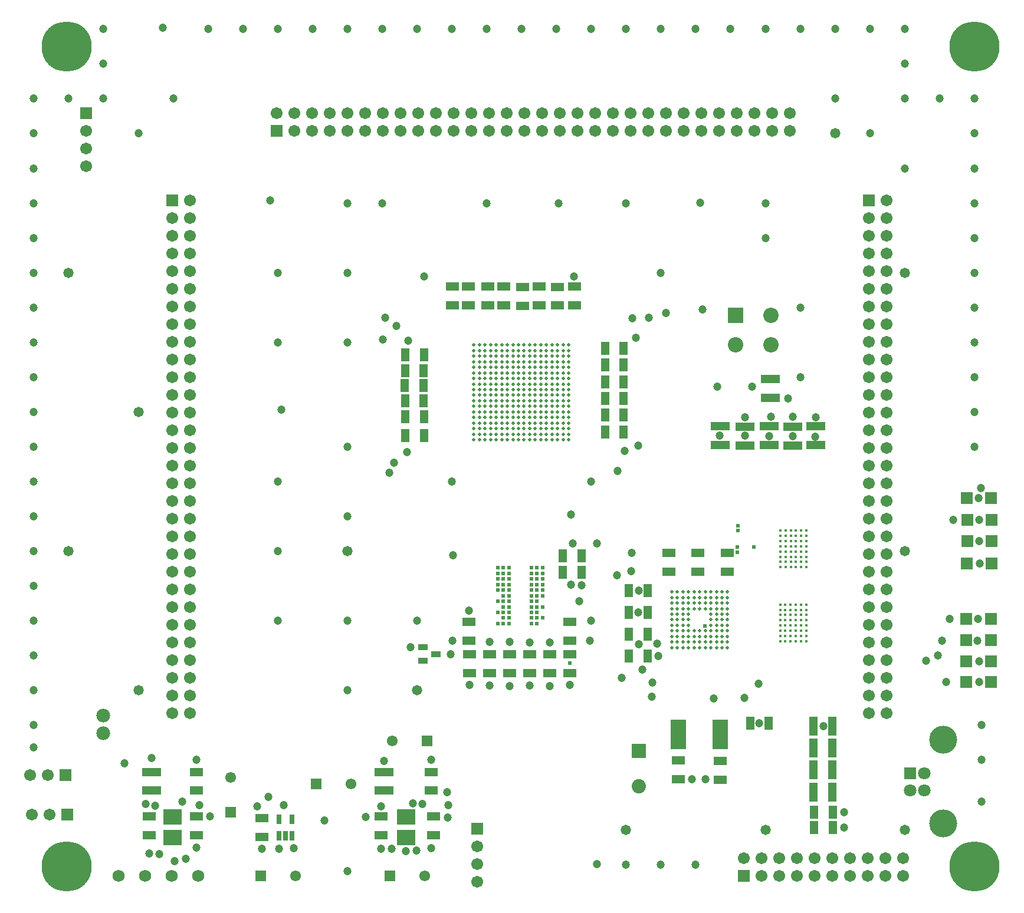
<source format=gts>
%FSLAX44Y44*%
%MOMM*%
G71*
G01*
G75*
G04 Layer_Color=8388736*
%ADD10R,2.0000X4.0000*%
%ADD11R,0.4500X2.0000*%
%ADD12R,1.1000X1.7000*%
%ADD13C,0.4000*%
%ADD14R,1.7000X1.1000*%
%ADD15R,2.6000X1.1000*%
%ADD16R,1.5000X1.5000*%
%ADD17C,0.3600*%
%ADD18C,0.3000*%
%ADD19R,1.1000X2.6000*%
%ADD20R,0.6000X1.1500*%
%ADD21R,1.1500X0.7500*%
%ADD22R,2.0000X2.0000*%
%ADD23C,2.0000*%
%ADD24C,0.2540*%
%ADD25C,0.3048*%
%ADD26C,0.1000*%
%ADD27C,1.0000*%
%ADD28C,0.4000*%
%ADD29C,2.0000*%
%ADD30C,0.5080*%
%ADD31C,0.2000*%
%ADD32C,0.5000*%
%ADD33C,1.5240*%
%ADD34C,1.5000*%
%ADD35R,1.5000X1.5000*%
%ADD36C,3.8000*%
%ADD37C,1.6000*%
%ADD38R,1.6000X1.6000*%
%ADD39R,1.8500X1.8500*%
%ADD40C,1.8500*%
%ADD41R,1.3500X1.3500*%
%ADD42C,1.3500*%
%ADD43R,1.3500X1.3500*%
%ADD44C,1.7780*%
%ADD45C,1.0000*%
%ADD46C,1.2700*%
%ADD47C,7.0000*%
%ADD48C,1.0160*%
%ADD49C,1.1620*%
%ADD50C,1.3000*%
%ADD51C,2.7000*%
%ADD52C,1.3200*%
%ADD53C,1.2000*%
%ADD54C,1.6700*%
%ADD55C,0.9000*%
%ADD56C,0.6500*%
%ADD57C,5.4000*%
%ADD58C,0.3000*%
%ADD59C,0.0025*%
G04:AMPARAMS|DCode=60|XSize=1.7mm|YSize=1.1mm|CornerRadius=0mm|HoleSize=0mm|Usage=FLASHONLY|Rotation=225.000|XOffset=0mm|YOffset=0mm|HoleType=Round|Shape=Rectangle|*
%AMROTATEDRECTD60*
4,1,4,0.2121,0.9900,0.9900,0.2121,-0.2121,-0.9900,-0.9900,-0.2121,0.2121,0.9900,0.0*
%
%ADD60ROTATEDRECTD60*%

%ADD61C,3.0000*%
%ADD62C,0.2500*%
%ADD63C,0.1270*%
%ADD64C,0.1524*%
%ADD65C,0.2032*%
%ADD66R,2.2032X4.2032*%
%ADD67R,0.6532X2.2032*%
%ADD68R,1.3032X1.9032*%
%ADD69C,0.6032*%
%ADD70R,1.9032X1.3032*%
%ADD71R,2.8032X1.3032*%
%ADD72R,1.7032X1.7032*%
%ADD73C,0.4800*%
%ADD74C,0.5032*%
%ADD75R,1.3032X2.8032*%
%ADD76R,0.8032X1.3532*%
%ADD77R,1.3532X0.9532*%
%ADD78R,2.2032X2.2032*%
%ADD79C,2.2032*%
%ADD80C,0.4200*%
%ADD81C,1.7272*%
%ADD82C,1.7032*%
%ADD83R,1.7032X1.7032*%
%ADD84C,4.0032*%
%ADD85C,1.8032*%
%ADD86R,1.8032X1.8032*%
%ADD87R,2.0532X2.0532*%
%ADD88C,2.0532*%
%ADD89R,1.5532X1.5532*%
%ADD90C,1.5532*%
%ADD91R,1.5532X1.5532*%
%ADD92C,1.9812*%
%ADD93C,1.2032*%
%ADD94C,1.4732*%
%ADD95C,7.2032*%
D66*
X1535500Y336750D02*
D03*
X1475500D02*
D03*
D67*
X1074500Y188500D02*
D03*
X1081000D02*
D03*
X1087500D02*
D03*
X1094000D02*
D03*
X1074500Y218000D02*
D03*
X1081000D02*
D03*
X1087500D02*
D03*
X1094000D02*
D03*
X758500D02*
D03*
X752000D02*
D03*
X745500D02*
D03*
X739000D02*
D03*
X758500Y188500D02*
D03*
X752000D02*
D03*
X745500D02*
D03*
X739000D02*
D03*
D68*
X1082750Y859500D02*
D03*
X1109750D02*
D03*
X1083000Y793250D02*
D03*
X1110000D02*
D03*
X1082000Y838250D02*
D03*
X1109000D02*
D03*
X1404250Y449250D02*
D03*
X1431250D02*
D03*
X1404250Y480750D02*
D03*
X1431250D02*
D03*
X1404250Y543750D02*
D03*
X1431250D02*
D03*
X1404250Y512250D02*
D03*
X1431250D02*
D03*
X1605000Y353250D02*
D03*
X1578000D02*
D03*
X1669750Y225250D02*
D03*
X1696750D02*
D03*
Y202750D02*
D03*
X1669750D02*
D03*
X1110000Y766250D02*
D03*
X1083000D02*
D03*
X1109750Y816250D02*
D03*
X1082750D02*
D03*
X1110000Y882250D02*
D03*
X1083000D02*
D03*
X1336000Y570000D02*
D03*
X1309000D02*
D03*
X1336250Y593500D02*
D03*
X1309250D02*
D03*
X1369750Y771506D02*
D03*
X1396750D02*
D03*
Y795505D02*
D03*
X1369750D02*
D03*
X1396750Y819503D02*
D03*
X1369750D02*
D03*
Y843502D02*
D03*
X1396750D02*
D03*
Y867501D02*
D03*
X1369750D02*
D03*
Y891500D02*
D03*
X1396750D02*
D03*
D69*
X1272000Y496000D02*
D03*
X1264000D02*
D03*
X1232000D02*
D03*
X1224000D02*
D03*
X1216000D02*
D03*
X1280000Y504000D02*
D03*
X1272000D02*
D03*
X1264000D02*
D03*
X1232000D02*
D03*
X1224000D02*
D03*
X1272000Y512000D02*
D03*
X1264000D02*
D03*
X1232000D02*
D03*
X1224000D02*
D03*
X1216000D02*
D03*
X1280000Y520000D02*
D03*
X1272000D02*
D03*
X1264000D02*
D03*
X1232000D02*
D03*
X1224000D02*
D03*
X1272000Y528000D02*
D03*
X1264000D02*
D03*
X1232000D02*
D03*
X1224000D02*
D03*
X1216000D02*
D03*
X1280000Y536000D02*
D03*
X1272000D02*
D03*
X1264000D02*
D03*
X1232000D02*
D03*
X1224000D02*
D03*
X1280000Y544000D02*
D03*
X1272000D02*
D03*
X1264000D02*
D03*
X1232000D02*
D03*
X1224000D02*
D03*
X1216000D02*
D03*
X1280000Y552000D02*
D03*
X1272000D02*
D03*
X1264000D02*
D03*
X1232000D02*
D03*
X1224000D02*
D03*
X1216000D02*
D03*
X1280000Y560000D02*
D03*
X1272000D02*
D03*
X1264000D02*
D03*
X1232000D02*
D03*
X1224000D02*
D03*
X1216000D02*
D03*
X1280000Y568000D02*
D03*
X1272000D02*
D03*
X1264000D02*
D03*
X1232000D02*
D03*
X1224000D02*
D03*
X1216000D02*
D03*
X1280000Y576000D02*
D03*
X1272000D02*
D03*
X1264000D02*
D03*
X1232000D02*
D03*
X1224000D02*
D03*
X1216000D02*
D03*
X1560250Y630000D02*
D03*
Y636500D02*
D03*
X1560000Y606000D02*
D03*
Y598500D02*
D03*
X1583250Y606000D02*
D03*
X1513500Y492750D02*
D03*
X1319000Y439250D02*
D03*
D70*
X1545500Y597750D02*
D03*
Y570750D02*
D03*
X1503375Y597750D02*
D03*
Y570750D02*
D03*
X1461250Y597750D02*
D03*
Y570750D02*
D03*
X1048000Y191750D02*
D03*
Y218750D02*
D03*
X1123500D02*
D03*
Y191750D02*
D03*
X1120500Y256000D02*
D03*
Y283000D02*
D03*
X877250Y216500D02*
D03*
Y189500D02*
D03*
X1474750Y272250D02*
D03*
Y299250D02*
D03*
X1535000Y272000D02*
D03*
Y299000D02*
D03*
X783000Y256000D02*
D03*
Y283000D02*
D03*
X715250Y191750D02*
D03*
Y218750D02*
D03*
X783000D02*
D03*
Y191750D02*
D03*
X1175000Y425250D02*
D03*
Y452250D02*
D03*
X1203800D02*
D03*
Y425250D02*
D03*
X1232600Y452250D02*
D03*
Y425250D02*
D03*
X1261400Y452250D02*
D03*
Y425250D02*
D03*
X1290200Y452250D02*
D03*
Y425250D02*
D03*
X1319000Y452250D02*
D03*
Y425250D02*
D03*
X1319500Y498750D02*
D03*
Y471750D02*
D03*
X1174500Y498750D02*
D03*
Y471750D02*
D03*
X1174000Y953000D02*
D03*
Y980000D02*
D03*
X1224834Y953000D02*
D03*
Y980000D02*
D03*
X1275669Y953000D02*
D03*
Y980000D02*
D03*
X1326503Y953000D02*
D03*
Y980000D02*
D03*
X1151250D02*
D03*
Y953000D02*
D03*
X1202000Y953250D02*
D03*
Y980250D02*
D03*
X1251500Y979500D02*
D03*
Y952500D02*
D03*
X1301750Y979750D02*
D03*
Y952750D02*
D03*
D71*
X1672000Y779500D02*
D03*
Y752500D02*
D03*
X719266Y256000D02*
D03*
Y283000D02*
D03*
X1052500Y256000D02*
D03*
Y283000D02*
D03*
X1605750Y779250D02*
D03*
Y752250D02*
D03*
X1571000Y778750D02*
D03*
Y751750D02*
D03*
X1535000Y779250D02*
D03*
Y752250D02*
D03*
X1639250Y779000D02*
D03*
Y752000D02*
D03*
X1607500Y847000D02*
D03*
Y820000D02*
D03*
D72*
X1888670Y412470D02*
D03*
X1923670D02*
D03*
X1888500Y472250D02*
D03*
X1923500D02*
D03*
X1888670Y502500D02*
D03*
X1923670D02*
D03*
X1888670Y441710D02*
D03*
X1923670D02*
D03*
X1890000Y645250D02*
D03*
X1925000D02*
D03*
X1889250Y676250D02*
D03*
X1924250D02*
D03*
X1890000Y614750D02*
D03*
X1925000D02*
D03*
X1889500Y582000D02*
D03*
X1924500D02*
D03*
X1569000Y134000D02*
D03*
X898760Y1203960D02*
D03*
X595750Y278000D02*
D03*
X598000Y221500D02*
D03*
D73*
X1317680Y896040D02*
D03*
Y888040D02*
D03*
Y880040D02*
D03*
Y872040D02*
D03*
Y864040D02*
D03*
Y856040D02*
D03*
Y848040D02*
D03*
Y840040D02*
D03*
Y832040D02*
D03*
Y824040D02*
D03*
Y816040D02*
D03*
Y808040D02*
D03*
Y800040D02*
D03*
Y792040D02*
D03*
Y784040D02*
D03*
Y776040D02*
D03*
Y768040D02*
D03*
Y760040D02*
D03*
X1309680Y896040D02*
D03*
Y888040D02*
D03*
Y880040D02*
D03*
Y872040D02*
D03*
Y864040D02*
D03*
Y856040D02*
D03*
Y848040D02*
D03*
Y840040D02*
D03*
Y832040D02*
D03*
Y824040D02*
D03*
Y816040D02*
D03*
Y808040D02*
D03*
Y800040D02*
D03*
Y792040D02*
D03*
Y784040D02*
D03*
Y776040D02*
D03*
Y768040D02*
D03*
Y760040D02*
D03*
X1301680Y896040D02*
D03*
Y888040D02*
D03*
Y880040D02*
D03*
Y872040D02*
D03*
Y864040D02*
D03*
Y856040D02*
D03*
Y848040D02*
D03*
Y840040D02*
D03*
Y832040D02*
D03*
Y824040D02*
D03*
Y816040D02*
D03*
Y808040D02*
D03*
Y800040D02*
D03*
Y792040D02*
D03*
Y784040D02*
D03*
Y776040D02*
D03*
Y768040D02*
D03*
Y760040D02*
D03*
X1293680Y896040D02*
D03*
Y888040D02*
D03*
Y880040D02*
D03*
Y872040D02*
D03*
Y864040D02*
D03*
Y856040D02*
D03*
Y848040D02*
D03*
Y840040D02*
D03*
Y832040D02*
D03*
Y824040D02*
D03*
Y816040D02*
D03*
Y808040D02*
D03*
Y800040D02*
D03*
Y792040D02*
D03*
Y784040D02*
D03*
Y776040D02*
D03*
Y768040D02*
D03*
Y760040D02*
D03*
X1285680Y896040D02*
D03*
Y888040D02*
D03*
Y880040D02*
D03*
Y872040D02*
D03*
Y864040D02*
D03*
Y856040D02*
D03*
Y848040D02*
D03*
Y840040D02*
D03*
Y832040D02*
D03*
Y824040D02*
D03*
Y816040D02*
D03*
Y808040D02*
D03*
Y800040D02*
D03*
Y792040D02*
D03*
Y784040D02*
D03*
Y776040D02*
D03*
Y768040D02*
D03*
Y760040D02*
D03*
X1277680Y896040D02*
D03*
Y888040D02*
D03*
Y880040D02*
D03*
Y872040D02*
D03*
Y864040D02*
D03*
Y856040D02*
D03*
Y848040D02*
D03*
Y840040D02*
D03*
Y832040D02*
D03*
Y824040D02*
D03*
Y816040D02*
D03*
Y808040D02*
D03*
Y800040D02*
D03*
Y792040D02*
D03*
Y784040D02*
D03*
Y776040D02*
D03*
Y768040D02*
D03*
Y760040D02*
D03*
X1269680Y896040D02*
D03*
Y888040D02*
D03*
Y880040D02*
D03*
Y872040D02*
D03*
Y864040D02*
D03*
Y856040D02*
D03*
Y848040D02*
D03*
Y840040D02*
D03*
Y832040D02*
D03*
Y824040D02*
D03*
Y816040D02*
D03*
Y808040D02*
D03*
Y800040D02*
D03*
Y792040D02*
D03*
Y784040D02*
D03*
Y776040D02*
D03*
Y768040D02*
D03*
Y760040D02*
D03*
X1261680Y896040D02*
D03*
Y888040D02*
D03*
Y880040D02*
D03*
Y872040D02*
D03*
Y864040D02*
D03*
Y856040D02*
D03*
Y848040D02*
D03*
Y840040D02*
D03*
Y832040D02*
D03*
Y824040D02*
D03*
Y816040D02*
D03*
Y808040D02*
D03*
Y800040D02*
D03*
Y792040D02*
D03*
Y784040D02*
D03*
Y776040D02*
D03*
Y768040D02*
D03*
Y760040D02*
D03*
X1253680Y896040D02*
D03*
Y888040D02*
D03*
Y880040D02*
D03*
Y872040D02*
D03*
Y864040D02*
D03*
Y856040D02*
D03*
Y848040D02*
D03*
Y840040D02*
D03*
Y832040D02*
D03*
Y824040D02*
D03*
Y816040D02*
D03*
Y808040D02*
D03*
Y800040D02*
D03*
Y792040D02*
D03*
Y784040D02*
D03*
Y776040D02*
D03*
Y768040D02*
D03*
Y760040D02*
D03*
X1245680Y896040D02*
D03*
Y888040D02*
D03*
Y880040D02*
D03*
Y872040D02*
D03*
Y864040D02*
D03*
Y856040D02*
D03*
Y848040D02*
D03*
Y840040D02*
D03*
Y832040D02*
D03*
Y824040D02*
D03*
Y816040D02*
D03*
Y808040D02*
D03*
Y800040D02*
D03*
Y792040D02*
D03*
Y784040D02*
D03*
Y776040D02*
D03*
Y768040D02*
D03*
Y760040D02*
D03*
X1237680Y896040D02*
D03*
Y888040D02*
D03*
Y880040D02*
D03*
Y872040D02*
D03*
Y864040D02*
D03*
Y856040D02*
D03*
Y848040D02*
D03*
Y840040D02*
D03*
Y832040D02*
D03*
Y824040D02*
D03*
Y816040D02*
D03*
Y808040D02*
D03*
Y800040D02*
D03*
Y792040D02*
D03*
Y784040D02*
D03*
Y776040D02*
D03*
Y768040D02*
D03*
Y760040D02*
D03*
X1229680Y896040D02*
D03*
Y888040D02*
D03*
Y880040D02*
D03*
Y872040D02*
D03*
Y864040D02*
D03*
Y856040D02*
D03*
Y848040D02*
D03*
Y840040D02*
D03*
Y832040D02*
D03*
Y824040D02*
D03*
Y816040D02*
D03*
Y808040D02*
D03*
Y800040D02*
D03*
Y792040D02*
D03*
Y784040D02*
D03*
Y776040D02*
D03*
Y768040D02*
D03*
Y760040D02*
D03*
X1221680Y896040D02*
D03*
Y888040D02*
D03*
Y880040D02*
D03*
Y872040D02*
D03*
Y864040D02*
D03*
Y856040D02*
D03*
Y848040D02*
D03*
Y840040D02*
D03*
Y832040D02*
D03*
Y824040D02*
D03*
Y816040D02*
D03*
Y808040D02*
D03*
Y800040D02*
D03*
Y792040D02*
D03*
Y784040D02*
D03*
Y776040D02*
D03*
Y768040D02*
D03*
Y760040D02*
D03*
X1213680Y896040D02*
D03*
Y888040D02*
D03*
Y880040D02*
D03*
Y872040D02*
D03*
Y864040D02*
D03*
Y856040D02*
D03*
Y848040D02*
D03*
Y840040D02*
D03*
Y832040D02*
D03*
Y824040D02*
D03*
Y816040D02*
D03*
Y808040D02*
D03*
Y800040D02*
D03*
Y792040D02*
D03*
Y784040D02*
D03*
Y776040D02*
D03*
Y768040D02*
D03*
Y760040D02*
D03*
X1205680Y896040D02*
D03*
Y888040D02*
D03*
Y880040D02*
D03*
Y872040D02*
D03*
Y864040D02*
D03*
Y856040D02*
D03*
Y848040D02*
D03*
Y840040D02*
D03*
Y832040D02*
D03*
Y824040D02*
D03*
Y816040D02*
D03*
Y808040D02*
D03*
Y800040D02*
D03*
Y792040D02*
D03*
Y784040D02*
D03*
Y776040D02*
D03*
Y768040D02*
D03*
Y760040D02*
D03*
X1197680Y896040D02*
D03*
Y888040D02*
D03*
Y880040D02*
D03*
Y872040D02*
D03*
Y864040D02*
D03*
Y856040D02*
D03*
Y848040D02*
D03*
Y840040D02*
D03*
Y832040D02*
D03*
Y824040D02*
D03*
Y816040D02*
D03*
Y808040D02*
D03*
Y800040D02*
D03*
Y792040D02*
D03*
Y784040D02*
D03*
Y776040D02*
D03*
Y768040D02*
D03*
Y760040D02*
D03*
X1189680Y896040D02*
D03*
Y888040D02*
D03*
Y880040D02*
D03*
Y872040D02*
D03*
Y864040D02*
D03*
Y856040D02*
D03*
Y848040D02*
D03*
Y840040D02*
D03*
Y832040D02*
D03*
Y824040D02*
D03*
Y816040D02*
D03*
Y808040D02*
D03*
Y800040D02*
D03*
Y792040D02*
D03*
Y784040D02*
D03*
Y776040D02*
D03*
Y768040D02*
D03*
Y760040D02*
D03*
X1181680Y896040D02*
D03*
Y888040D02*
D03*
Y880040D02*
D03*
Y872040D02*
D03*
Y864040D02*
D03*
Y856040D02*
D03*
Y848040D02*
D03*
Y840040D02*
D03*
Y832040D02*
D03*
Y824040D02*
D03*
Y816040D02*
D03*
Y808040D02*
D03*
Y800040D02*
D03*
Y792040D02*
D03*
Y784040D02*
D03*
Y776040D02*
D03*
Y768040D02*
D03*
Y760040D02*
D03*
D74*
X1545750Y461500D02*
D03*
X1537750D02*
D03*
X1529750D02*
D03*
X1521750D02*
D03*
X1513750D02*
D03*
X1505750D02*
D03*
X1497750D02*
D03*
X1489750D02*
D03*
X1481750D02*
D03*
X1473750D02*
D03*
X1465750D02*
D03*
X1545750Y469500D02*
D03*
X1537750D02*
D03*
X1529750D02*
D03*
X1521750D02*
D03*
X1513750D02*
D03*
X1505750D02*
D03*
X1497750D02*
D03*
X1489750D02*
D03*
X1481750D02*
D03*
X1473750D02*
D03*
X1465750D02*
D03*
X1545750Y477500D02*
D03*
X1537750D02*
D03*
X1529750D02*
D03*
X1521750D02*
D03*
X1513750D02*
D03*
X1505750D02*
D03*
X1497750D02*
D03*
X1489750D02*
D03*
X1481750D02*
D03*
X1473750D02*
D03*
X1465750D02*
D03*
X1545750Y485500D02*
D03*
X1537750D02*
D03*
X1529750D02*
D03*
X1521750D02*
D03*
X1513750D02*
D03*
X1505750D02*
D03*
X1497750D02*
D03*
X1489750D02*
D03*
X1481750D02*
D03*
X1473750D02*
D03*
X1465750D02*
D03*
X1545750Y493500D02*
D03*
X1537750D02*
D03*
X1529750D02*
D03*
X1521750D02*
D03*
X1489750D02*
D03*
X1481750D02*
D03*
X1473750D02*
D03*
X1465750D02*
D03*
X1545750Y501500D02*
D03*
X1537750D02*
D03*
X1529750D02*
D03*
X1521750D02*
D03*
X1489750D02*
D03*
X1481750D02*
D03*
X1473750D02*
D03*
X1465750D02*
D03*
X1545750Y509500D02*
D03*
X1537750D02*
D03*
X1529750D02*
D03*
X1521750D02*
D03*
X1489750D02*
D03*
X1481750D02*
D03*
X1473750D02*
D03*
X1465750D02*
D03*
X1545750Y517500D02*
D03*
X1537750D02*
D03*
X1529750D02*
D03*
X1521750D02*
D03*
X1513750D02*
D03*
X1505750D02*
D03*
X1497750D02*
D03*
X1489750D02*
D03*
X1481750D02*
D03*
X1473750D02*
D03*
X1465750D02*
D03*
X1545750Y525500D02*
D03*
X1537750D02*
D03*
X1529750D02*
D03*
X1521750D02*
D03*
X1513750D02*
D03*
X1505750D02*
D03*
X1497750D02*
D03*
X1489750D02*
D03*
X1481750D02*
D03*
X1473750D02*
D03*
X1465750D02*
D03*
X1545750Y533500D02*
D03*
X1537750D02*
D03*
X1529750D02*
D03*
X1521750D02*
D03*
X1513750D02*
D03*
X1505750D02*
D03*
X1497750D02*
D03*
X1489750D02*
D03*
X1481750D02*
D03*
X1473750D02*
D03*
X1465750D02*
D03*
X1545750Y541500D02*
D03*
X1537750D02*
D03*
X1529750D02*
D03*
X1521750D02*
D03*
X1513750D02*
D03*
X1505750D02*
D03*
X1497750D02*
D03*
X1489750D02*
D03*
X1481750D02*
D03*
X1473750D02*
D03*
X1465750D02*
D03*
D75*
X1669250Y348750D02*
D03*
X1696250D02*
D03*
Y317500D02*
D03*
X1669250D02*
D03*
X1696250Y253500D02*
D03*
X1669250D02*
D03*
X1696250Y285700D02*
D03*
X1669250D02*
D03*
D76*
X901500Y191500D02*
D03*
X911000D02*
D03*
X920500D02*
D03*
Y215000D02*
D03*
X901500D02*
D03*
D77*
X1127250Y452250D02*
D03*
X1108750Y442750D02*
D03*
Y461750D02*
D03*
D78*
X1557250Y938500D02*
D03*
D79*
Y896500D02*
D03*
X1608050Y938500D02*
D03*
Y896500D02*
D03*
D80*
X1621250Y523250D02*
D03*
X1628750D02*
D03*
X1636250D02*
D03*
X1643750D02*
D03*
X1651250D02*
D03*
X1658750D02*
D03*
X1621250Y515750D02*
D03*
X1628750D02*
D03*
X1636250D02*
D03*
X1643750D02*
D03*
X1651250D02*
D03*
X1658750D02*
D03*
X1621250Y508250D02*
D03*
X1628750D02*
D03*
X1636250D02*
D03*
X1643750D02*
D03*
X1651250D02*
D03*
X1658750D02*
D03*
X1621250Y500750D02*
D03*
X1628750D02*
D03*
X1636250D02*
D03*
X1643750D02*
D03*
X1651250D02*
D03*
X1658750D02*
D03*
X1621250Y493250D02*
D03*
X1628750D02*
D03*
X1636250D02*
D03*
X1643750D02*
D03*
X1651250D02*
D03*
X1658750D02*
D03*
X1621250Y485750D02*
D03*
X1628750D02*
D03*
X1636250D02*
D03*
X1643750D02*
D03*
X1651250D02*
D03*
X1658750D02*
D03*
X1621250Y478250D02*
D03*
X1628750D02*
D03*
X1636250D02*
D03*
X1643750D02*
D03*
X1651250D02*
D03*
X1658750D02*
D03*
X1621250Y470750D02*
D03*
X1628750D02*
D03*
X1636250D02*
D03*
X1643750D02*
D03*
X1651250D02*
D03*
X1658750D02*
D03*
X1659000Y577000D02*
D03*
X1651500D02*
D03*
X1644000D02*
D03*
X1636500D02*
D03*
X1629000D02*
D03*
X1621500D02*
D03*
X1659000Y584500D02*
D03*
X1651500D02*
D03*
X1644000D02*
D03*
X1636500D02*
D03*
X1629000D02*
D03*
X1621500D02*
D03*
X1659000Y592000D02*
D03*
X1651500D02*
D03*
X1644000D02*
D03*
X1636500D02*
D03*
X1629000D02*
D03*
X1621500D02*
D03*
X1659000Y599500D02*
D03*
X1651500D02*
D03*
X1644000D02*
D03*
X1636500D02*
D03*
X1629000D02*
D03*
X1621500D02*
D03*
X1659000Y607000D02*
D03*
X1651500D02*
D03*
X1644000D02*
D03*
X1636500D02*
D03*
X1629000D02*
D03*
X1621500D02*
D03*
X1659000Y614500D02*
D03*
X1651500D02*
D03*
X1644000D02*
D03*
X1636500D02*
D03*
X1629000D02*
D03*
X1621500D02*
D03*
X1659000Y622000D02*
D03*
X1651500D02*
D03*
X1644000D02*
D03*
X1636500D02*
D03*
X1629000D02*
D03*
X1621500D02*
D03*
X1659000Y629500D02*
D03*
X1651500D02*
D03*
X1644000D02*
D03*
X1636500D02*
D03*
X1629000D02*
D03*
X1621500D02*
D03*
D81*
X671750Y133500D02*
D03*
X709750D02*
D03*
X747750D02*
D03*
X785750D02*
D03*
D82*
X1569000Y159400D02*
D03*
X1594400Y134000D02*
D03*
Y159400D02*
D03*
X1619800Y134000D02*
D03*
Y159400D02*
D03*
X1645200Y134000D02*
D03*
Y159400D02*
D03*
X1670600Y134000D02*
D03*
Y159400D02*
D03*
X1696000Y134000D02*
D03*
Y159400D02*
D03*
X1721400Y134000D02*
D03*
Y159400D02*
D03*
X1746800Y134000D02*
D03*
Y159400D02*
D03*
X1772200Y134000D02*
D03*
Y159400D02*
D03*
X1797600Y134000D02*
D03*
Y159400D02*
D03*
X1533760Y1203960D02*
D03*
Y1229360D02*
D03*
X1559160Y1203960D02*
D03*
Y1229360D02*
D03*
X1584560Y1203960D02*
D03*
Y1229360D02*
D03*
X1609960Y1203960D02*
D03*
Y1229360D02*
D03*
X1635360Y1203960D02*
D03*
Y1229360D02*
D03*
X898760D02*
D03*
X924160Y1203960D02*
D03*
Y1229360D02*
D03*
X949560Y1203960D02*
D03*
Y1229360D02*
D03*
X974960Y1203960D02*
D03*
Y1229360D02*
D03*
X1000360Y1203960D02*
D03*
Y1229360D02*
D03*
X1025760Y1203960D02*
D03*
Y1229360D02*
D03*
X1051160Y1203960D02*
D03*
Y1229360D02*
D03*
X1076560Y1203960D02*
D03*
Y1229360D02*
D03*
X1101960Y1203960D02*
D03*
Y1229360D02*
D03*
X1127360Y1203960D02*
D03*
Y1229360D02*
D03*
X1152760Y1203960D02*
D03*
Y1229360D02*
D03*
X1178160Y1203960D02*
D03*
Y1229360D02*
D03*
X1203560Y1203960D02*
D03*
Y1229360D02*
D03*
X1228960Y1203960D02*
D03*
Y1229360D02*
D03*
X1254360Y1203960D02*
D03*
Y1229360D02*
D03*
X1279760Y1203960D02*
D03*
Y1229360D02*
D03*
X1305160Y1203960D02*
D03*
Y1229360D02*
D03*
X1330560Y1203960D02*
D03*
Y1229360D02*
D03*
X1355960Y1203960D02*
D03*
Y1229360D02*
D03*
X1381360Y1203960D02*
D03*
Y1229360D02*
D03*
X1406760Y1203960D02*
D03*
Y1229360D02*
D03*
X1432160Y1203960D02*
D03*
Y1229360D02*
D03*
X1457560Y1203960D02*
D03*
Y1229360D02*
D03*
X1482960Y1203960D02*
D03*
Y1229360D02*
D03*
X1508360Y1203960D02*
D03*
Y1229360D02*
D03*
X1774160Y494360D02*
D03*
X1748760D02*
D03*
X1774160Y519760D02*
D03*
X1748760D02*
D03*
X1774160Y545160D02*
D03*
X1748760D02*
D03*
X1774160Y570560D02*
D03*
X1748760D02*
D03*
X1774160Y595960D02*
D03*
X1748760D02*
D03*
X1774160Y621360D02*
D03*
X1748760D02*
D03*
X1774160Y646760D02*
D03*
X1748760D02*
D03*
X1774160Y672160D02*
D03*
X1748760D02*
D03*
X1774160Y697560D02*
D03*
X1748760D02*
D03*
X1774160Y722960D02*
D03*
X1748760D02*
D03*
X1774160Y748360D02*
D03*
X1748760D02*
D03*
X1774160Y773760D02*
D03*
X1748760D02*
D03*
X1774160Y799160D02*
D03*
X1748760D02*
D03*
X1774160Y824560D02*
D03*
X1748760D02*
D03*
X1774160Y849960D02*
D03*
X1748760D02*
D03*
X1774160Y875360D02*
D03*
X1748760D02*
D03*
X1774160Y900760D02*
D03*
X1748760D02*
D03*
X1774160Y926160D02*
D03*
X1748760D02*
D03*
X1774160Y951560D02*
D03*
X1748760D02*
D03*
X1774160Y976960D02*
D03*
X1748760D02*
D03*
X1774160Y1002360D02*
D03*
X1748760D02*
D03*
X1774160Y1027760D02*
D03*
X1748760D02*
D03*
X1774160Y1053160D02*
D03*
X1748760D02*
D03*
X1774160Y1078560D02*
D03*
X1748760D02*
D03*
X1774160Y1103960D02*
D03*
Y367360D02*
D03*
X1748760D02*
D03*
X1774160Y392760D02*
D03*
X1748760D02*
D03*
X1774160Y418160D02*
D03*
X1748760D02*
D03*
X1774160Y443560D02*
D03*
X1748760D02*
D03*
X1774160Y468960D02*
D03*
X1748760D02*
D03*
X774160Y494360D02*
D03*
X748760D02*
D03*
X774160Y519760D02*
D03*
X748760D02*
D03*
X774160Y545160D02*
D03*
X748760D02*
D03*
X774160Y570560D02*
D03*
X748760D02*
D03*
X774160Y595960D02*
D03*
X748760D02*
D03*
X774160Y621360D02*
D03*
X748760D02*
D03*
X774160Y646760D02*
D03*
X748760D02*
D03*
X774160Y672160D02*
D03*
X748760D02*
D03*
X774160Y697560D02*
D03*
X748760D02*
D03*
X774160Y722960D02*
D03*
X748760D02*
D03*
X774160Y748360D02*
D03*
X748760D02*
D03*
X774160Y773760D02*
D03*
X748760D02*
D03*
X774160Y799160D02*
D03*
X748760D02*
D03*
X774160Y824560D02*
D03*
X748760D02*
D03*
X774160Y849960D02*
D03*
X748760D02*
D03*
X774160Y875360D02*
D03*
X748760D02*
D03*
X774160Y900760D02*
D03*
X748760D02*
D03*
X774160Y926160D02*
D03*
X748760D02*
D03*
X774160Y951560D02*
D03*
X748760D02*
D03*
X774160Y976960D02*
D03*
X748760D02*
D03*
X774160Y1002360D02*
D03*
X748760D02*
D03*
X774160Y1027760D02*
D03*
X748760D02*
D03*
X774160Y1053160D02*
D03*
X748760D02*
D03*
X774160Y1078560D02*
D03*
X748760D02*
D03*
X774160Y1103960D02*
D03*
Y367360D02*
D03*
X748760D02*
D03*
X774160Y392760D02*
D03*
X748760D02*
D03*
X774160Y418160D02*
D03*
X748760D02*
D03*
X774160Y443560D02*
D03*
X748760D02*
D03*
X774160Y468960D02*
D03*
X748760D02*
D03*
X624840Y1203960D02*
D03*
Y1178560D02*
D03*
Y1153160D02*
D03*
X544950Y278000D02*
D03*
X570350D02*
D03*
X547200Y221500D02*
D03*
X572600D02*
D03*
X1186000Y176100D02*
D03*
Y150700D02*
D03*
Y125300D02*
D03*
D83*
X1748760Y1103960D02*
D03*
X748760D02*
D03*
X624840Y1229360D02*
D03*
X1186000Y201500D02*
D03*
D84*
X1855350Y208550D02*
D03*
Y328950D02*
D03*
D85*
X1828250Y256250D02*
D03*
Y281250D02*
D03*
X1808250Y256250D02*
D03*
D86*
Y281250D02*
D03*
D87*
X1418000Y312650D02*
D03*
D88*
Y261850D02*
D03*
D89*
X955000Y265500D02*
D03*
X1114250Y327250D02*
D03*
X875750Y133750D02*
D03*
X1061250D02*
D03*
D90*
X1005000Y265500D02*
D03*
X832500Y275000D02*
D03*
X1064250Y327250D02*
D03*
X925750Y133750D02*
D03*
X1111250D02*
D03*
D91*
X832500Y225000D02*
D03*
D92*
X650000Y364200D02*
D03*
Y338800D02*
D03*
D93*
X1514000Y272250D02*
D03*
X1494750Y272500D02*
D03*
X767750Y158000D02*
D03*
X751750Y155000D02*
D03*
X1099250Y170000D02*
D03*
X1084000Y169500D02*
D03*
X1906500Y441750D02*
D03*
X1904250Y471000D02*
D03*
X1864750Y502750D02*
D03*
X1853500Y471750D02*
D03*
X1830775Y442750D02*
D03*
X1321250Y652500D02*
D03*
X1151750Y594500D02*
D03*
X1438000Y411500D02*
D03*
X1590250Y409500D02*
D03*
X1407750Y571000D02*
D03*
X1418000Y543750D02*
D03*
X1417500Y512250D02*
D03*
X1423750Y429750D02*
D03*
X1418750Y466250D02*
D03*
X1445000Y467000D02*
D03*
X1446000Y449250D02*
D03*
X1393500Y418000D02*
D03*
X1387250Y565250D02*
D03*
X1500000Y150000D02*
D03*
X1000000Y400000D02*
D03*
X700000Y1200000D02*
D03*
X750000Y1250000D02*
D03*
X1700000D02*
D03*
X1800000Y1150000D02*
D03*
X1750000Y1200000D02*
D03*
X1450000Y1000000D02*
D03*
X1150000Y700000D02*
D03*
X1000000Y650000D02*
D03*
Y750000D02*
D03*
Y900000D02*
D03*
Y1000000D02*
D03*
X1650000Y850000D02*
D03*
Y950000D02*
D03*
X1600000Y1050000D02*
D03*
X1350000Y700000D02*
D03*
Y500000D02*
D03*
X1100000D02*
D03*
X1000000D02*
D03*
X900000D02*
D03*
Y600000D02*
D03*
Y700000D02*
D03*
X905250Y803250D02*
D03*
X900000Y900000D02*
D03*
Y1000000D02*
D03*
X1506750Y1100500D02*
D03*
X1600000Y1100000D02*
D03*
X1400000D02*
D03*
X1303500D02*
D03*
X1200000D02*
D03*
X1050000D02*
D03*
X1000000D02*
D03*
X889500Y1104250D02*
D03*
X650000Y1350000D02*
D03*
Y1300000D02*
D03*
Y1250000D02*
D03*
X600000D02*
D03*
X550000D02*
D03*
Y1200000D02*
D03*
Y1150000D02*
D03*
Y1100000D02*
D03*
Y1050000D02*
D03*
Y1000000D02*
D03*
Y950000D02*
D03*
Y900000D02*
D03*
Y850000D02*
D03*
Y800000D02*
D03*
Y750000D02*
D03*
Y700000D02*
D03*
Y650000D02*
D03*
Y600000D02*
D03*
Y550000D02*
D03*
Y500000D02*
D03*
Y450000D02*
D03*
Y400000D02*
D03*
Y350000D02*
D03*
Y318500D02*
D03*
X1000000Y140000D02*
D03*
X1358500Y150500D02*
D03*
X1400000Y150000D02*
D03*
X1450000D02*
D03*
X1910000Y240000D02*
D03*
Y300000D02*
D03*
Y350000D02*
D03*
X1847750Y450500D02*
D03*
X1900000Y750000D02*
D03*
Y800000D02*
D03*
Y850000D02*
D03*
Y900000D02*
D03*
Y950000D02*
D03*
Y1000000D02*
D03*
Y1050000D02*
D03*
Y1100000D02*
D03*
Y1150000D02*
D03*
Y1200000D02*
D03*
Y1250000D02*
D03*
X1850000D02*
D03*
X1800000D02*
D03*
Y1300000D02*
D03*
Y1350000D02*
D03*
X1750000D02*
D03*
X1700000D02*
D03*
X1650000D02*
D03*
X1600000D02*
D03*
X1550000D02*
D03*
X1500000D02*
D03*
X1450000D02*
D03*
X1400000D02*
D03*
X1350000D02*
D03*
X1300000D02*
D03*
X1250000D02*
D03*
X1200000D02*
D03*
X1150000D02*
D03*
X1100000D02*
D03*
X1050000D02*
D03*
X1000000D02*
D03*
X950000D02*
D03*
X900000D02*
D03*
X850000D02*
D03*
X800000D02*
D03*
X735000Y1352000D02*
D03*
X1323750Y611250D02*
D03*
X1321000Y551500D02*
D03*
X1633000Y819750D02*
D03*
X1144250Y217250D02*
D03*
X1144500Y235500D02*
D03*
X1143250Y253750D02*
D03*
X710750Y236750D02*
D03*
X724000Y234250D02*
D03*
X1048000Y233250D02*
D03*
X1026250Y218500D02*
D03*
X1909500Y691000D02*
D03*
X1906500Y645250D02*
D03*
X1907000Y614750D02*
D03*
X1907750Y582000D02*
D03*
X1905000Y502500D02*
D03*
X1906970Y412470D02*
D03*
X1064000Y172500D02*
D03*
X1570750Y792500D02*
D03*
X1148500Y452250D02*
D03*
X1090750Y461750D02*
D03*
X1859250Y411750D02*
D03*
X715250Y166000D02*
D03*
X783000Y174250D02*
D03*
X730250Y165250D02*
D03*
X877250Y172250D02*
D03*
X901500Y172500D02*
D03*
X923500Y173000D02*
D03*
X1048000Y172500D02*
D03*
X1120500Y300250D02*
D03*
X909000Y235500D02*
D03*
X967500Y213000D02*
D03*
X1052500Y299000D02*
D03*
X719266Y302734D02*
D03*
X783000Y300750D02*
D03*
X803250Y219250D02*
D03*
X787250Y235250D02*
D03*
X763250Y240250D02*
D03*
X870750Y233750D02*
D03*
X886500Y246750D02*
D03*
X1409250Y934250D02*
D03*
X1432500Y935250D02*
D03*
X1070500Y923500D02*
D03*
X1087000Y902000D02*
D03*
X1174500Y515000D02*
D03*
X1175000Y408250D02*
D03*
X1203800Y407050D02*
D03*
X1232600Y406600D02*
D03*
X1261400Y406650D02*
D03*
X1290200Y406450D02*
D03*
X1203800Y469950D02*
D03*
X1232600Y469900D02*
D03*
X1261400Y468850D02*
D03*
X1290200Y468550D02*
D03*
X1319000Y408250D02*
D03*
X1347750Y471750D02*
D03*
X1332750Y528000D02*
D03*
X1151250Y471750D02*
D03*
X1120500Y173000D02*
D03*
X1107500Y237250D02*
D03*
X1094000Y238000D02*
D03*
X1054250Y935500D02*
D03*
X1457250Y942000D02*
D03*
X1051000Y904250D02*
D03*
X1067000Y727250D02*
D03*
X1413750Y906750D02*
D03*
X1417750Y751250D02*
D03*
X1336000Y550750D02*
D03*
X1060000Y712500D02*
D03*
X1325000Y995000D02*
D03*
X1110000D02*
D03*
X1387500Y715000D02*
D03*
X1398000Y743756D02*
D03*
X1905750Y676250D02*
D03*
X1869250Y645250D02*
D03*
X1085500Y742500D02*
D03*
X680500Y295500D02*
D03*
X1534750Y765750D02*
D03*
X1570750D02*
D03*
X1605500Y765000D02*
D03*
X1639000D02*
D03*
X1671750Y764750D02*
D03*
X1712750Y202750D02*
D03*
Y225250D02*
D03*
X1683000Y348750D02*
D03*
X1591250Y353250D02*
D03*
X1408000Y597750D02*
D03*
X1607750Y792750D02*
D03*
X1639250Y792750D02*
D03*
X1672000Y792500D02*
D03*
X1509500Y947250D02*
D03*
X1526000Y388500D02*
D03*
X1570000Y389250D02*
D03*
X1437250Y391000D02*
D03*
X1358500Y611250D02*
D03*
X1581250Y836500D02*
D03*
X1531000D02*
D03*
D94*
X1800000Y1000000D02*
D03*
Y600000D02*
D03*
Y200000D02*
D03*
X1700000Y1200000D02*
D03*
X1600000Y200000D02*
D03*
X1400000D02*
D03*
X1000000Y600000D02*
D03*
X1100000Y400000D02*
D03*
X600000Y1000000D02*
D03*
X700000Y800000D02*
D03*
X600000Y600000D02*
D03*
X700000Y400000D02*
D03*
D95*
X597500Y1325000D02*
D03*
X1900000D02*
D03*
X597500Y147500D02*
D03*
X1900000D02*
D03*
M02*

</source>
